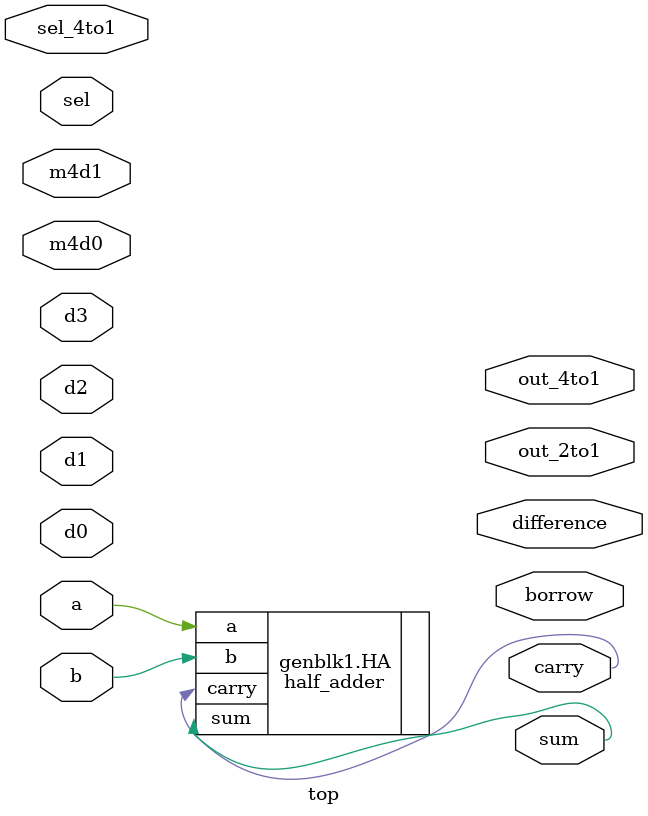
<source format=v>
module top(input a, b, sel,
		output sum, carry, difference, borrow, out_2to1, out_4to1,
		input [1:0] sel_4to1,
		input d0, d1, d2, d3, m4d0, m4d1);

	parameter [1:0] INST_TYPE=2'b00;

	generate
		case(INST_TYPE)
			2'b00: half_adder HA(.a(a), .b(b), .sum(sum), .carry(carry));
			2'b01: half_sub HS(.a(a), .b(b), .difference(difference), .borrow(borrow));
			2'b10: mux_21 MUX2(.sel(sel), .d0(d0), .d1(d1), .out(out_2to1));
			2'b11: mux_41 MUX4(.sel(sel_4to1), .m4d0(m4d0), .m4d1(m4d1), .d2(d2), .d3(d3), .out(out_4to1));
			//default: $display("Invalid INST_TYPE");
		endcase
	endgenerate

endmodule

</source>
